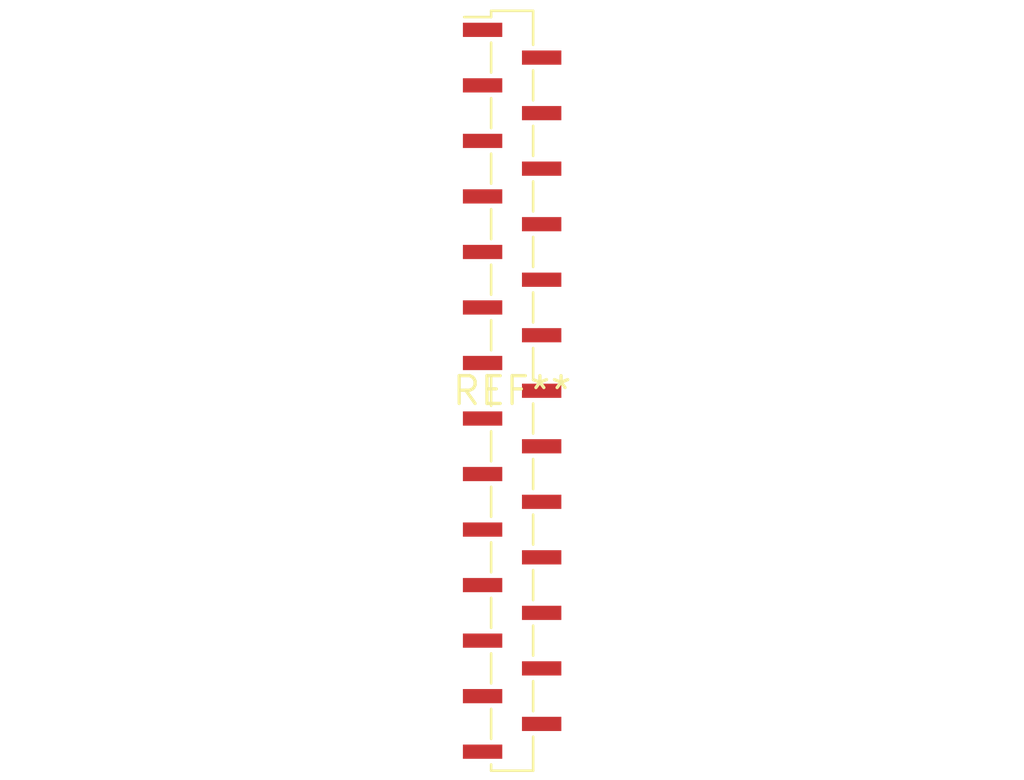
<source format=kicad_pcb>
(kicad_pcb (version 20240108) (generator pcbnew)
  (layers (0 "F.Cu" signal) (31 "B.Cu" signal) (34 "B.Paste" user) (35 "F.Paste" user) (36 "B.SilkS" user "B.Silkscreen") (37 "F.SilkS" user "F.Silkscreen") (38 "B.Mask" user) (39 "F.Mask" user) (44 "Edge.Cuts" user))
  (net 0 "")
  (footprint "PinSocket_1x27_P1.27mm_Vertical_SMD_Pin1Left" (layer "F.Cu") (at 0 0)
    (property "Reference" "REF**")
    (property "Value" "PinSocket_1x27_P1.27mm_Vertical_SMD_Pin1Left")
    (fp_line (start -2.19 -17.095) (end -0.96 -17.095) (layer "F.SilkS") (stroke (width 0.12)))
    (fp_line (start -0.96 -17.38) (end -0.96 -17.095) (layer "F.SilkS") (stroke (width 0.12)))
    (fp_line (start -0.96 -17.38) (end 0.96 -17.38) (layer "F.SilkS") (stroke (width 0.12)))
    (fp_line (start -0.96 -15.925) (end -0.96 -14.555) (layer "F.SilkS") (stroke (width 0.12)))
    (fp_line (start -0.96 -13.385) (end -0.96 -12.015) (layer "F.SilkS") (stroke (width 0.12)))
    (fp_line (start -0.96 -10.845) (end -0.96 -9.475) (layer "F.SilkS") (stroke (width 0.12)))
    (fp_line (start -0.96 -8.305) (end -0.96 -6.935) (layer "F.SilkS") (stroke (width 0.12)))
    (fp_line (start -0.96 -5.765) (end -0.96 -4.395) (layer "F.SilkS") (stroke (width 0.12)))
    (fp_line (start -0.96 -3.225) (end -0.96 -1.855) (layer "F.SilkS") (stroke (width 0.12)))
    (fp_line (start -0.96 -0.685) (end -0.96 0.685) (layer "F.SilkS") (stroke (width 0.12)))
    (fp_line (start -0.96 1.855) (end -0.96 3.225) (layer "F.SilkS") (stroke (width 0.12)))
    (fp_line (start -0.96 4.395) (end -0.96 5.765) (layer "F.SilkS") (stroke (width 0.12)))
    (fp_line (start -0.96 6.935) (end -0.96 8.305) (layer "F.SilkS") (stroke (width 0.12)))
    (fp_line (start -0.96 9.475) (end -0.96 10.845) (layer "F.SilkS") (stroke (width 0.12)))
    (fp_line (start -0.96 12.015) (end -0.96 13.385) (layer "F.SilkS") (stroke (width 0.12)))
    (fp_line (start -0.96 14.555) (end -0.96 15.925) (layer "F.SilkS") (stroke (width 0.12)))
    (fp_line (start -0.96 17.095) (end -0.96 17.38) (layer "F.SilkS") (stroke (width 0.12)))
    (fp_line (start -0.96 17.38) (end 0.96 17.38) (layer "F.SilkS") (stroke (width 0.12)))
    (fp_line (start 0.96 -17.38) (end 0.96 -15.825) (layer "F.SilkS") (stroke (width 0.12)))
    (fp_line (start 0.96 -14.655) (end 0.96 -13.285) (layer "F.SilkS") (stroke (width 0.12)))
    (fp_line (start 0.96 -12.115) (end 0.96 -10.745) (layer "F.SilkS") (stroke (width 0.12)))
    (fp_line (start 0.96 -9.575) (end 0.96 -8.205) (layer "F.SilkS") (stroke (width 0.12)))
    (fp_line (start 0.96 -7.035) (end 0.96 -5.665) (layer "F.SilkS") (stroke (width 0.12)))
    (fp_line (start 0.96 -4.495) (end 0.96 -3.125) (layer "F.SilkS") (stroke (width 0.12)))
    (fp_line (start 0.96 -1.955) (end 0.96 -0.585) (layer "F.SilkS") (stroke (width 0.12)))
    (fp_line (start 0.96 0.585) (end 0.96 1.955) (layer "F.SilkS") (stroke (width 0.12)))
    (fp_line (start 0.96 3.125) (end 0.96 4.495) (layer "F.SilkS") (stroke (width 0.12)))
    (fp_line (start 0.96 5.665) (end 0.96 7.035) (layer "F.SilkS") (stroke (width 0.12)))
    (fp_line (start 0.96 8.205) (end 0.96 9.575) (layer "F.SilkS") (stroke (width 0.12)))
    (fp_line (start 0.96 10.745) (end 0.96 12.115) (layer "F.SilkS") (stroke (width 0.12)))
    (fp_line (start 0.96 13.285) (end 0.96 14.655) (layer "F.SilkS") (stroke (width 0.12)))
    (fp_line (start 0.96 15.825) (end 0.96 17.38) (layer "F.SilkS") (stroke (width 0.12)))
    (pad "1" smd rect (at -1.35 -16.51) (size 1.8 0.65) (layers "F.Cu" "F.Paste" "F.Mask"))
    (pad "2" smd rect (at 1.35 -15.24) (size 1.8 0.65) (layers "F.Cu" "F.Paste" "F.Mask"))
    (pad "3" smd rect (at -1.35 -13.97) (size 1.8 0.65) (layers "F.Cu" "F.Paste" "F.Mask"))
    (pad "4" smd rect (at 1.35 -12.7) (size 1.8 0.65) (layers "F.Cu" "F.Paste" "F.Mask"))
    (pad "5" smd rect (at -1.35 -11.43) (size 1.8 0.65) (layers "F.Cu" "F.Paste" "F.Mask"))
    (pad "6" smd rect (at 1.35 -10.16) (size 1.8 0.65) (layers "F.Cu" "F.Paste" "F.Mask"))
    (pad "7" smd rect (at -1.35 -8.89) (size 1.8 0.65) (layers "F.Cu" "F.Paste" "F.Mask"))
    (pad "8" smd rect (at 1.35 -7.62) (size 1.8 0.65) (layers "F.Cu" "F.Paste" "F.Mask"))
    (pad "9" smd rect (at -1.35 -6.35) (size 1.8 0.65) (layers "F.Cu" "F.Paste" "F.Mask"))
    (pad "10" smd rect (at 1.35 -5.08) (size 1.8 0.65) (layers "F.Cu" "F.Paste" "F.Mask"))
    (pad "11" smd rect (at -1.35 -3.81) (size 1.8 0.65) (layers "F.Cu" "F.Paste" "F.Mask"))
    (pad "12" smd rect (at 1.35 -2.54) (size 1.8 0.65) (layers "F.Cu" "F.Paste" "F.Mask"))
    (pad "13" smd rect (at -1.35 -1.27) (size 1.8 0.65) (layers "F.Cu" "F.Paste" "F.Mask"))
    (pad "14" smd rect (at 1.35 0) (size 1.8 0.65) (layers "F.Cu" "F.Paste" "F.Mask"))
    (pad "15" smd rect (at -1.35 1.27) (size 1.8 0.65) (layers "F.Cu" "F.Paste" "F.Mask"))
    (pad "16" smd rect (at 1.35 2.54) (size 1.8 0.65) (layers "F.Cu" "F.Paste" "F.Mask"))
    (pad "17" smd rect (at -1.35 3.81) (size 1.8 0.65) (layers "F.Cu" "F.Paste" "F.Mask"))
    (pad "18" smd rect (at 1.35 5.08) (size 1.8 0.65) (layers "F.Cu" "F.Paste" "F.Mask"))
    (pad "19" smd rect (at -1.35 6.35) (size 1.8 0.65) (layers "F.Cu" "F.Paste" "F.Mask"))
    (pad "20" smd rect (at 1.35 7.62) (size 1.8 0.65) (layers "F.Cu" "F.Paste" "F.Mask"))
    (pad "21" smd rect (at -1.35 8.89) (size 1.8 0.65) (layers "F.Cu" "F.Paste" "F.Mask"))
    (pad "22" smd rect (at 1.35 10.16) (size 1.8 0.65) (layers "F.Cu" "F.Paste" "F.Mask"))
    (pad "23" smd rect (at -1.35 11.43) (size 1.8 0.65) (layers "F.Cu" "F.Paste" "F.Mask"))
    (pad "24" smd rect (at 1.35 12.7) (size 1.8 0.65) (layers "F.Cu" "F.Paste" "F.Mask"))
    (pad "25" smd rect (at -1.35 13.97) (size 1.8 0.65) (layers "F.Cu" "F.Paste" "F.Mask"))
    (pad "26" smd rect (at 1.35 15.24) (size 1.8 0.65) (layers "F.Cu" "F.Paste" "F.Mask"))
    (pad "27" smd rect (at -1.35 16.51) (size 1.8 0.65) (layers "F.Cu" "F.Paste" "F.Mask"))
  )
)
</source>
